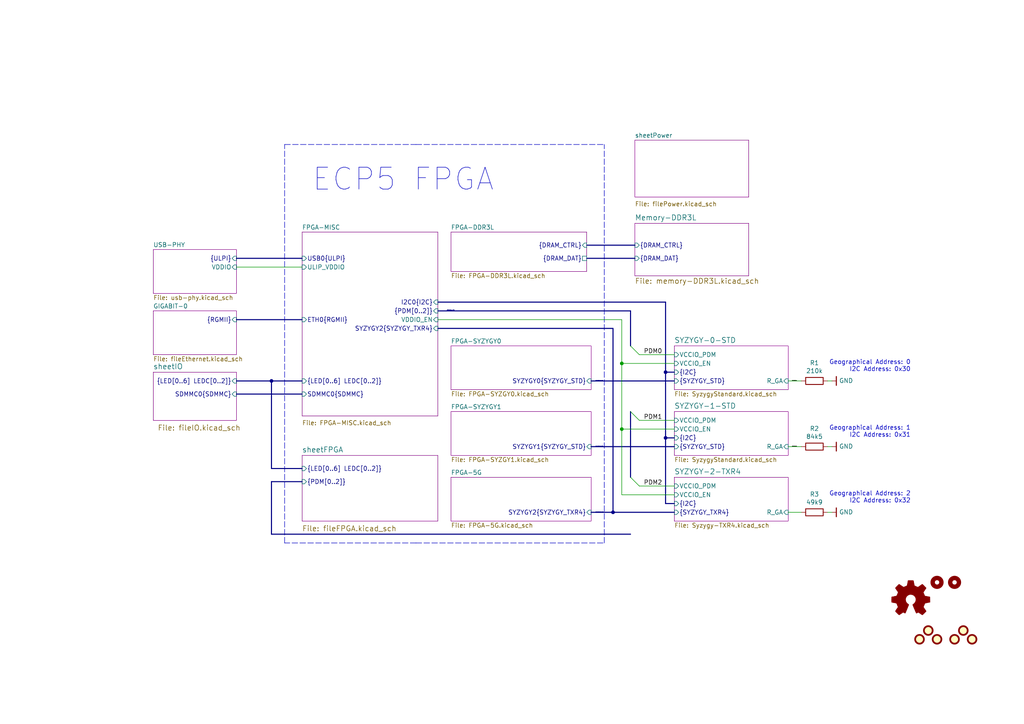
<source format=kicad_sch>
(kicad_sch (version 20200618) (host eeschema "5.99.0-unknown-73168a9~101~ubuntu18.04.1")
  (page 1 18)
  (paper "A4")
  (title_block (title "ButterStick") (date "2020-07-17") (rev "r1.0") (company "GsD") (comment 1 "Functional prototyping board for the Lattice ECP5.") (comment 2 "SYZYGY compatible"))
  (lib_symbols
    (symbol "Device:R" (pin_numbers hide) (pin_names (offset 0))
      (property "Reference" "R" (at 2.032 0 90))
      (property "Value" "R" (at 0 0 90))
      (symbol "R_0_1"
        (rectangle (start -1.016 -2.54) (end 1.016 2.54) (stroke (width 0.254)))
      )
      (symbol "R_1_1"
        (pin passive line (at 0 3.81 270) (length 1.27) (name "~") (number "1"))
        (pin passive line (at 0 -3.81 90) (length 1.27) (name "~") (number "2"))
      )
    )
    (symbol "Device:R_1" (pin_numbers hide) (pin_names (offset 0))
      (property "Reference" "R" (at 2.032 0 90))
      (property "Value" "R" (at 0 0 90))
      (symbol "R_1_0_1"
        (rectangle (start -1.016 -2.54) (end 1.016 2.54) (stroke (width 0.254)))
      )
      (symbol "R_1_1_1"
        (pin passive line (at 0 3.81 270) (length 1.27) (name "~") (number "1"))
        (pin passive line (at 0 -3.81 90) (length 1.27) (name "~") (number "2"))
      )
    )
    (symbol "Device:R_2" (pin_numbers hide) (pin_names (offset 0))
      (property "Reference" "R" (at 2.032 0 90))
      (property "Value" "R" (at 0 0 90))
      (symbol "R_2_0_1"
        (rectangle (start -1.016 -2.54) (end 1.016 2.54) (stroke (width 0.254)))
      )
      (symbol "R_2_1_1"
        (pin passive line (at 0 3.81 270) (length 1.27) (name "~") (number "1"))
        (pin passive line (at 0 -3.81 90) (length 1.27) (name "~") (number "2"))
      )
    )
    (symbol "Graphic:Logo_Open_Hardware_Small"
      (symbol "Logo_Open_Hardware_Small_0_1"
        (polyline (pts (xy 3.3528 -4.3434) (xy 3.302 -4.318) (xy 3.175 -4.2418) (xy 2.9972 -4.1148) (xy 2.7686 -3.9624) (xy 2.54 -3.81) (xy 2.3622 -3.7084) (xy 2.2352 -3.6068) (xy 2.1844 -3.5814) (xy 2.159 -3.6068) (xy 2.0574 -3.6576) (xy 1.905 -3.7338) (xy 1.8034 -3.7846) (xy 1.6764 -3.8354) (xy 1.6002 -3.8354) (xy 1.6002 -3.8354) (xy 1.5494 -3.7338) (xy 1.4732 -3.5306) (xy 1.3462 -3.302) (xy 1.2446 -3.0226) (xy 1.1176 -2.7178) (xy 0.9652 -2.413) (xy 0.8636 -2.1082) (xy 0.7366 -1.8288) (xy 0.6604 -1.6256) (xy 0.6096 -1.4732) (xy 0.5842 -1.397) (xy 0.5842 -1.397) (xy 0.6604 -1.3208) (xy 0.7874 -1.2446) (xy 1.0414 -1.016) (xy 1.2954 -0.6858) (xy 1.4478 -0.3302) (xy 1.524 0.0762) (xy 1.4732 0.4572) (xy 1.3208 0.8128) (xy 1.0668 1.143) (xy 0.762 1.3716) (xy 0.4064 1.524) (xy 0 1.5748) (xy -0.381 1.5494) (xy -0.7366 1.397) (xy -1.0668 1.143) (xy -1.2192 0.9906) (xy -1.397 0.6604) (xy -1.524 0.3048) (xy -1.524 0.2286) (xy -1.4986 -0.1778) (xy -1.397 -0.5334) (xy -1.1938 -0.8636) (xy -0.9144 -1.143) (xy -0.8636 -1.1684) (xy -0.7366 -1.27) (xy -0.635 -1.3462) (xy -0.5842 -1.397) (xy -1.0668 -2.5908) (xy -1.143 -2.794) (xy -1.2954 -3.1242) (xy -1.397 -3.4036) (xy -1.4986 -3.6322) (xy -1.5748 -3.7846) (xy -1.6002 -3.8354) (xy -1.6002 -3.8354) (xy -1.651 -3.8354) (xy -1.7272 -3.81) (xy -1.905 -3.7338) (xy -2.0066 -3.683) (xy -2.1336 -3.6068) (xy -2.2098 -3.5814) (xy -2.2606 -3.6068) (xy -2.3622 -3.683) (xy -2.54 -3.81) (xy -2.7686 -3.9624) (xy -2.9718 -4.0894) (xy -3.1496 -4.2164) (xy -3.302 -4.318) (xy -3.3528 -4.3434) (xy -3.3782 -4.3434) (xy -3.429 -4.318) (xy -3.5306 -4.2164) (xy -3.7084 -4.064) (xy -3.937 -3.8354) (xy -3.9624 -3.81) (xy -4.1656 -3.6068) (xy -4.318 -3.4544) (xy -4.4196 -3.3274) (xy -4.445 -3.2766) (xy -4.445 -3.2766) (xy -4.4196 -3.2258) (xy -4.318 -3.0734) (xy -4.2164 -2.8956) (xy -4.064 -2.667) (xy -3.6576 -2.0828) (xy -3.8862 -1.5494) (xy -3.937 -1.3716) (xy -4.0386 -1.1684) (xy -4.0894 -1.0414) (xy -4.1148 -0.9652) (xy -4.191 -0.9398) (xy -4.318 -0.9144) (xy -4.5466 -0.8636) (xy -4.8006 -0.8128) (xy -5.0546 -0.7874) (xy -5.2578 -0.7366) (xy -5.4356 -0.7112) (xy -5.5118 -0.6858) (xy -5.5118 -0.6858) (xy -5.5372 -0.635) (xy -5.5372 -0.5588) (xy -5.5372 -0.4318) (xy -5.5626 -0.2286) (xy -5.5626 0.0762) (xy -5.5626 0.127) (xy -5.5372 0.4064) (xy -5.5372 0.635) (xy -5.5372 0.762) (xy -5.5372 0.8382) (xy -5.5372 0.8382) (xy -5.461 0.8382) (xy -5.3086 0.889) (xy -5.08 0.9144) (xy -4.826 0.9652) (xy -4.8006 0.9906) (xy -4.5466 1.0414) (xy -4.318 1.0668) (xy -4.1656 1.1176) (xy -4.0894 1.143) (xy -4.0894 1.143) (xy -4.0386 1.2446) (xy -3.9624 1.4224) (xy -3.8608 1.6256) (xy -3.7846 1.8288) (xy -3.7084 2.0066) (xy -3.6576 2.159) (xy -3.6322 2.2098) (xy -3.6322 2.2098) (xy -3.683 2.286) (xy -3.7592 2.413) (xy -3.8862 2.5908) (xy -4.064 2.8194) (xy -4.064 2.8448) (xy -4.2164 3.0734) (xy -4.3434 3.2512) (xy -4.4196 3.3782) (xy -4.445 3.4544) (xy -4.445 3.4544) (xy -4.3942 3.5052) (xy -4.2926 3.6322) (xy -4.1148 3.81) (xy -3.937 4.0132) (xy -3.8608 4.064) (xy -3.6576 4.2926) (xy -3.5052 4.4196) (xy -3.4036 4.4958) (xy -3.3528 4.5212) (xy -3.3528 4.5212) (xy -3.302 4.4704) (xy -3.1496 4.3688) (xy -2.9718 4.2418) (xy -2.7432 4.0894) (xy -2.7178 4.0894) (xy -2.4892 3.937) (xy -2.3114 3.81) (xy -2.1844 3.7084) (xy -2.1336 3.683) (xy -2.1082 3.683) (xy -2.032 3.7084) (xy -1.8542 3.7592) (xy -1.6764 3.8354) (xy -1.4732 3.937) (xy -1.27 4.0132) (xy -1.143 4.064) (xy -1.0668 4.1148) (xy -1.0668 4.1148) (xy -1.0414 4.191) (xy -1.016 4.3434) (xy -0.9652 4.572) (xy -0.9144 4.8514) (xy -0.889 4.9022) (xy -0.8382 5.1562) (xy -0.8128 5.3848) (xy -0.7874 5.5372) (xy -0.762 5.588) (xy -0.7112 5.6134) (xy -0.5842 5.6134) (xy -0.4064 5.6134) (xy -0.1524 5.6134) (xy 0.0762 5.6134) (xy 0.3302 5.6134) (xy 0.5334 5.6134) (xy 0.6858 5.588) (xy 0.7366 5.588) (xy 0.7366 5.588) (xy 0.762 5.5118) (xy 0.8128 5.334) (xy 0.8382 5.1054) (xy 0.9144 4.826) (xy 0.9144 4.7752) (xy 0.9652 4.5212) (xy 1.016 4.2926) (xy 1.0414 4.1402) (xy 1.0668 4.0894) (xy 1.0668 4.0894) (xy 1.1938 4.0386) (xy 1.3716 3.9624) (xy 1.5748 3.8608) (xy 2.0828 3.6576) (xy 2.7178 4.0894) (xy 2.7686 4.1402) (xy 2.9972 4.2926) (xy 3.175 4.4196) (xy 3.302 4.4958) (xy 3.3782 4.5212) (xy 3.3782 4.5212) (xy 3.429 4.4704) (xy 3.556 4.3434) (xy 3.7338 4.191) (xy 3.9116 3.9878) (xy 4.064 3.8354) (xy 4.2418 3.6576) (xy 4.3434 3.556) (xy 4.4196 3.4798) (xy 4.4196 3.429) (xy 4.4196 3.4036) (xy 4.3942 3.3274) (xy 4.2926 3.2004) (xy 4.1656 2.9972) (xy 4.0132 2.794) (xy 3.8862 2.5908) (xy 3.7592 2.3876) (xy 3.6576 2.2352) (xy 3.6322 2.159) (xy 3.6322 2.1336) (xy 3.683 2.0066) (xy 3.7592 1.8288) (xy 3.8608 1.6002) (xy 4.064 1.1176) (xy 4.3942 1.0414) (xy 4.5974 1.016) (xy 4.8768 0.9652) (xy 5.1308 0.9144) (xy 5.5372 0.8382) (xy 5.5626 -0.6604) (xy 5.4864 -0.6858) (xy 5.4356 -0.6858) (xy 5.2832 -0.7366) (xy 5.0546 -0.762) (xy 4.8006 -0.8128) (xy 4.5974 -0.8636) (xy 4.3688 -0.9144) (xy 4.2164 -0.9398) (xy 4.1402 -0.9398) (xy 4.1148 -0.9652) (xy 4.064 -1.0668) (xy 3.9878 -1.2446) (xy 3.9116 -1.4478) (xy 3.81 -1.651) (xy 3.7338 -1.8542) (xy 3.683 -2.0066) (xy 3.6576 -2.0828) (xy 3.683 -2.1336) (xy 3.7846 -2.2606) (xy 3.8862 -2.4638) (xy 4.0386 -2.667) (xy 4.191 -2.8956) (xy 4.318 -3.0734) (xy 4.3942 -3.2004) (xy 4.445 -3.2766) (xy 4.4196 -3.3274) (xy 4.3434 -3.429) (xy 4.1656 -3.5814) (xy 3.937 -3.8354) (xy 3.8862 -3.8608) (xy 3.683 -4.064) (xy 3.5306 -4.2164) (xy 3.4036 -4.318) (xy 3.3528 -4.3434)) (fill (type outline)))
      )
    )
    (symbol "Mechanical:Fiducial" (pin_names (offset 0.508))
      (property "Reference" "FID" (at 0 5.08 0))
      (property "Value" "Fiducial" (at 0 3.175 0))
      (symbol "Fiducial_0_1"
        (circle (center 0 0) (radius 1.27) (stroke (width 0.508)) (fill (type background)))
      )
    )
    (symbol "Mechanical:MountingHole"
      (property "Reference" "H" (at 0 5.08 0))
      (property "Value" "MountingHole" (at 0 3.175 0))
      (symbol "MountingHole_0_1"
        (circle (center 0 0) (radius 1.27) (stroke (width 1.27)))
      )
    )
    (symbol "gkl_power:GND" (power) (pin_names (offset 0))
      (property "Value" "GND" (at 0 -2.54 0))
      (symbol "GND_0_1"
        (polyline (pts (xy 0 -1.27) (xy 0 0)))
        (polyline (pts (xy 1.27 -1.27) (xy -1.27 -1.27)) (stroke (width 0.3048)))
      )
      (symbol "GND_1_1"
        (pin power_in line (at 0 0 270) (length 0) hide (name "GND") (number "1"))
      )
    )
  )
  (bus_alias "SYZYGY_STD" (members "D0_P" "D0_N" "D2_P" "D2_N" "D4_P" "D4_N" "D6_P" "D6_N" "S16" "S18" "S20" "S22" "S24" "S26" "P2C_CLK_P" "P2C_CLK_N" "VIO1" "R_GA" "D1_P" "D1_N" "D3_P" "D3_N" "D5_P" "D5_N" "D7_P" "D7_N" "S17" "S19" "S21" "S23" "S25" "S27" "C2P_CLK_P" "C2P_CLK_N"))
  (bus_alias "I2C" (members "SDA" "SCL"))
  (bus_alias "SYZYGY_TXR4" (members "RX0_P" "RX0_N" "RX1_P" "RX1_N" "REFCLK_P" "REFCLK_N" "S2" "S4" "S6" "S8" "RX3_P" "RX3_N" "RX2_P" "RX2_N" "P2C_CLK_P" "P2C_CLK_N" "VIO1" "R_GA" "TX0_P" "TX0_N" "TX1_P" "TX1_N" "S0" "S1" "S3" "S5" "S7" "S9" "TX3_P" "TX3_N" "TX2_P" "TX2_N" "C2P_CLK_P" "C2P_CLK_N"))
  (bus_alias "ULPI" (members "DATA[0..7]" "STP" "NXT" "DIR" "RESET" "REFCLK"))
  (bus_alias "DRAM_DAT" (members "DQ[15..0]" "LDQS_P" "LDQS_N" "UDQS_P" "UDQS_N"))
  (bus_alias "SDMMC" (members "DAT[0..3]" "CMD" "CK" "CD"))
  (bus_alias "RGMII" (members "RESET" "MDC" "MDIO" "TX[0..3]" "RX[0..3]" "TX_CTRL" "TX_CLK" "RX_CTRL" "RX_CLK" "INT" "CLK125"))
  (bus_alias "DRAM_CTRL" (members "A[15..0]" "BA[2..0]" "LDM" "UDM" "ODT[0..1]" "RAS" "CAS" "WE" "CK0_P" "CK0_N" "CKE[0..1]" "CS[0..1]" "CK1_N" "CK1_P" "RST"))
  (junction (at 180.34 105.41))
  (junction (at 180.34 124.46))
  (junction (at 78.74 110.49))
  (junction (at 177.8 148.59))
  (junction (at 193.04 107.95))
  (junction (at 193.04 127))
  (bus_entry (at 185.42 102.87) (size -2.54 -2.54) (stroke (width 0.1524)))
  (bus_entry (at 185.42 121.92) (size -2.54 -2.54) (stroke (width 0.1524)))
  (bus_entry (at 185.42 140.97) (size -2.54 -2.54) (stroke (width 0.1524)))
  (wire (pts (xy 68.58 77.47) (xy 87.63 77.47)))
  (wire (pts (xy 127 92.71) (xy 180.34 92.71)))
  (wire (pts (xy 180.34 92.71) (xy 180.34 105.41)))
  (wire (pts (xy 180.34 105.41) (xy 180.34 124.46)))
  (wire (pts (xy 180.34 105.41) (xy 195.58 105.41)))
  (wire (pts (xy 180.34 124.46) (xy 180.34 143.51)))
  (wire (pts (xy 180.34 124.46) (xy 195.58 124.46)))
  (wire (pts (xy 180.34 143.51) (xy 195.58 143.51)))
  (wire (pts (xy 185.42 102.87) (xy 195.58 102.87)))
  (wire (pts (xy 185.42 121.92) (xy 195.58 121.92)))
  (wire (pts (xy 185.42 140.97) (xy 195.58 140.97)))
  (wire (pts (xy 228.6 110.49) (xy 232.41 110.49)))
  (wire (pts (xy 228.6 129.54) (xy 232.41 129.54)))
  (wire (pts (xy 228.6 148.59) (xy 232.41 148.59)))
  (wire (pts (xy 240.03 110.49) (xy 241.3 110.49)))
  (wire (pts (xy 240.03 129.54) (xy 241.3 129.54)))
  (wire (pts (xy 240.03 148.59) (xy 241.3 148.59)))
  (bus (pts (xy 68.58 74.93) (xy 87.63 74.93)))
  (bus (pts (xy 68.58 92.71) (xy 87.63 92.71)))
  (bus (pts (xy 68.58 110.49) (xy 78.74 110.49)))
  (bus (pts (xy 68.58 114.3) (xy 87.63 114.3)))
  (bus (pts (xy 78.74 110.49) (xy 87.63 110.49)))
  (bus (pts (xy 78.74 135.89) (xy 78.74 110.49)))
  (bus (pts (xy 78.74 139.7) (xy 87.63 139.7)))
  (bus (pts (xy 78.74 154.94) (xy 78.74 139.7)))
  (bus (pts (xy 87.63 135.89) (xy 78.74 135.89)))
  (bus (pts (xy 127 87.63) (xy 193.04 87.63)))
  (bus (pts (xy 127 90.17) (xy 182.88 90.17)))
  (bus (pts (xy 127 95.25) (xy 177.8 95.25)))
  (bus (pts (xy 170.18 71.12) (xy 184.15 71.12)))
  (bus (pts (xy 170.18 74.93) (xy 184.15 74.93)))
  (bus (pts (xy 171.45 110.49) (xy 195.58 110.49)))
  (bus (pts (xy 171.45 129.54) (xy 195.58 129.54)))
  (bus (pts (xy 171.45 148.59) (xy 177.8 148.59)))
  (bus (pts (xy 177.8 148.59) (xy 177.8 95.25)))
  (bus (pts (xy 177.8 148.59) (xy 195.58 148.59)))
  (bus (pts (xy 182.88 90.17) (xy 182.88 119.38)))
  (bus (pts (xy 182.88 119.38) (xy 182.88 154.94)))
  (bus (pts (xy 182.88 154.94) (xy 78.74 154.94)))
  (bus (pts (xy 193.04 107.95) (xy 193.04 87.63)))
  (bus (pts (xy 193.04 107.95) (xy 193.04 127)))
  (bus (pts (xy 193.04 127) (xy 193.04 146.05)))
  (bus (pts (xy 193.04 127) (xy 195.58 127)))
  (bus (pts (xy 193.04 146.05) (xy 195.58 146.05)))
  (bus (pts (xy 195.58 107.95) (xy 193.04 107.95)))
  (polyline (pts (xy 82.55 41.91) (xy 120.65 41.91)) (stroke (width 0) (type dash)))
  (polyline (pts (xy 82.55 157.48) (xy 82.55 41.91)) (stroke (width 0) (type dash)))
  (polyline (pts (xy 120.65 41.91) (xy 175.26 41.91)) (stroke (width 0) (type dash)))
  (polyline (pts (xy 120.65 157.48) (xy 82.55 157.48)) (stroke (width 0) (type dash)))
  (polyline (pts (xy 120.65 157.48) (xy 175.26 157.48)) (stroke (width 0) (type dash)))
  (polyline (pts (xy 175.26 157.48) (xy 175.26 41.91)) (stroke (width 0) (type dash)))
  (text "ECP5 FPGA" (at 143.51 55.88 180) (effects (font (size 6.35 6.35)) (justify right bottom)))
  (text "Geographical Address: 0\nI2C Address: 0x30" (at 264.16 107.95 180) (effects (font (size 1.27 1.27)) (justify right bottom)))
  (text "Geographical Address: 1\nI2C Address: 0x31\n" (at 264.16 127 180) (effects (font (size 1.27 1.27)) (justify right bottom)))
  (text "Geographical Address: 2\nI2C Address: 0x32" (at 264.16 146.05 180) (effects (font (size 1.27 1.27)) (justify right bottom)))
  (text "LENGTH MATCHING:\nid: syzygy0_dp\nnetnames: \"/SYZYGY0.*_[NP]\"\ntolerance: 0.5 mm\nvialength: 1.6 mm" (at 300.99 12.7 0) (effects (font (size 1.27 1.27)) (justify left bottom)))
  (text "LENGTH MATCHING:\nid: syzygy1_dp\nnetnames: \"/SYZYGY1.*_[NP]\"\ntolerance: 0.5 mm\nvialength: 1.6 mm" (at 300.99 24.13 0) (effects (font (size 1.27 1.27)) (justify left bottom)))
  (text "_LENGTH MATCHING:\nid: syzygy2_serdes\nnetnames: \"/SYZYGY2.[RT].*_[NP]\"\ntolerance: 0.05 mm\nvialength: 1.6 mm" (at 300.99 35.56 0) (effects (font (size 1.27 1.27)) (justify left bottom)))
  (text "_LENGTH MATCHING:\nid: dram_dq1\nnetnames: \"/(DQ[89]|DQ1[0-5]|UDQS.*|UDM)$\"\ntolerance: 0.85 mm\nvialength: 1.6 mm" (at 300.99 46.99 0) (effects (font (size 1.27 1.27)) (justify left bottom)))
  (text "_LENGTH MATCHING:\nid: dram_dq0\nnetnames: \"/(DQ[0-7]|LDQS.*|LDM)$\"\ntolerance: 0.85 mm\nvialength: 1.6 mm" (at 300.99 58.42 0) (effects (font (size 1.27 1.27)) (justify left bottom)))
  (text "_LENGTH MATCHING:\nid: dram_addrcmd\nnetnames: \"/(A[0-9]|A1[0-5]|BA[0-2]|CAS|RAS|WE)$\"\ntolerance: 0.85 mm\nvialength: 1.6 mm" (at 300.99 69.85 0) (effects (font (size 1.27 1.27)) (justify left bottom)))
  (text "_LENGTH MATCHING:\nid: dram_addrcmd\nnetnames: \"/(CK[01]_[NP]|ODT[01]|CS[01]|CKE[01])$\"\ntolerance: 0.85 mm\nvialength: 1.6 mm" (at 300.99 81.28 0) (effects (font (size 1.27 1.27)) (justify left bottom)))
  (label "{PDM[0..2]}" (at 129.54 90.17 0) (effects (font (size 0.254 0.254))))
  (label "SYZYGY0{SYZYGY_STD}" (at 172.72 110.49 0) (effects (font (size 0.127 0.127))))
  (label "SYZYGY1{SYZYGY_STD}" (at 172.72 129.54 0) (effects (font (size 0.127 0.127))))
  (label "SYZYGY2{SYZYGY_TXR4}" (at 172.72 148.59 0) (effects (font (size 0.127 0.127))))
  (label "PDM0" (at 186.69 102.87 0))
  (label "PDM1" (at 186.69 121.92 0))
  (label "PDM2" (at 186.69 140.97 0))
  (label "SYZYGY0.R_GA" (at 231.14 110.49 180) (effects (font (size 0.127 0.127))))
  (label "SYZYGY1.R_GA" (at 231.14 129.54 180) (effects (font (size 0.127 0.127))))
  (symbol (lib_id "gkl_power:GND") (at 241.3 110.49 90) (unit 1)
    (property "Reference" "#PWR01" (effects hide))
    (property "Value" "GND" (at 243.3574 110.4138 90) (effects (justify right)))
  )
  (symbol (lib_id "gkl_power:GND") (at 241.3 129.54 90) (unit 1)
    (property "Reference" "#PWR02" (effects hide))
    (property "Value" "GND" (at 243.3574 129.4638 90) (effects (justify right)))
  )
  (symbol (lib_id "gkl_power:GND") (at 241.3 148.59 90) (unit 1)
    (property "Reference" "#PWR03" (effects hide))
    (property "Value" "GND" (at 243.3574 148.5138 90) (effects (justify right)))
  )
  (symbol (lib_id "Mechanical:Fiducial") (at 266.7 185.42 0) (unit 1)
    (property "Reference" "FID1" (effects hide))
    (property "Value" "Fiducial" (effects hide))
    (property "Footprint" "Fiducial:Fiducial_0.75mm_Mask1.5mm" (effects hide))
  )
  (symbol (lib_id "Mechanical:Fiducial") (at 269.24 182.88 0) (unit 1)
    (property "Reference" "FID2" (effects hide))
    (property "Value" "Fiducial" (effects hide))
    (property "Footprint" "Fiducial:Fiducial_0.75mm_Mask1.5mm" (effects hide))
  )
  (symbol (lib_id "Mechanical:Fiducial") (at 271.78 185.42 0) (unit 1)
    (property "Reference" "FID3" (effects hide))
    (property "Value" "Fiducial" (effects hide))
    (property "Footprint" "Fiducial:Fiducial_0.75mm_Mask1.5mm" (effects hide))
  )
  (symbol (lib_id "Mechanical:Fiducial") (at 276.86 185.42 0) (unit 1)
    (property "Reference" "FID4" (effects hide))
    (property "Value" "Fiducial" (effects hide))
    (property "Footprint" "Fiducial:Fiducial_0.75mm_Mask1.5mm" (effects hide))
  )
  (symbol (lib_id "Mechanical:Fiducial") (at 279.4 182.88 0) (unit 1)
    (property "Reference" "FID5" (effects hide))
    (property "Value" "Fiducial" (effects hide))
    (property "Footprint" "Fiducial:Fiducial_0.75mm_Mask1.5mm" (effects hide))
  )
  (symbol (lib_id "Mechanical:Fiducial") (at 281.94 185.42 0) (unit 1)
    (property "Reference" "FID6" (effects hide))
    (property "Value" "Fiducial" (effects hide))
    (property "Footprint" "Fiducial:Fiducial_0.75mm_Mask1.5mm" (effects hide))
  )
  (symbol (lib_id "Mechanical:MountingHole") (at 271.78 168.91 0) (unit 1) (in_bom no)
    (property "Reference" "H1" (effects hide))
    (property "Value" "MountingHole" (effects hide))
    (property "Footprint" "MountingHole:MountingHole_3.2mm_M3_Pad_Via" (effects hide))
  )
  (symbol (lib_id "Mechanical:MountingHole") (at 276.86 168.91 0) (unit 1) (in_bom no)
    (property "Reference" "H2" (effects hide))
    (property "Value" "MountingHole" (effects hide))
    (property "Footprint" "MountingHole:MountingHole_3.2mm_M3_Pad_Via" (effects hide))
  )
  (symbol (lib_name "Device:R_1") (lib_id "Device:R") (at 236.22 110.49 90) (unit 1)
    (property "Reference" "R1" (at 236.22 105.2576 90))
    (property "Value" "210k" (at 236.22 107.569 90))
    (property "Footprint" "Resistor_SMD:R_0402_1005Metric" (effects hide))
    (property "Mfg" "Stackpole Electronics Inc" (effects hide))
    (property "PN" "RMCF0402FT210K" (effects hide))
    (property "Tol" "1%" (effects hide))
  )
  (symbol (lib_name "Device:R_2") (lib_id "Device:R") (at 236.22 129.54 90) (unit 1)
    (property "Reference" "R2" (at 236.22 124.3076 90))
    (property "Value" "84k5" (at 236.22 126.619 90))
    (property "Footprint" "Resistor_SMD:R_0402_1005Metric" (effects hide))
    (property "Mfg" "Stackpole Electronics Inc" (effects hide))
    (property "PN" "RMCF0402FT84K5" (effects hide))
    (property "Tol" "1%" (effects hide))
  )
  (symbol (lib_id "Device:R") (at 236.22 148.59 90) (unit 1)
    (property "Reference" "R3" (at 236.22 143.3576 90))
    (property "Value" "49k9" (at 236.22 145.669 90))
    (property "Footprint" "Resistor_SMD:R_0402_1005Metric" (effects hide))
    (property "Mfg" "Stackpole Electronics Inc" (effects hide))
    (property "PN" "RMCF0402FT49K9" (effects hide))
    (property "Tol" "1%" (effects hide))
  )
  (symbol (lib_id "Graphic:Logo_Open_Hardware_Small") (at 264.16 173.99 0) (unit 1) (in_bom no)
    (property "Reference" "LOGO2" (effects hide))
    (property "Value" "Logo_Open_Hardware_Small" (effects hide))
    (property "Footprint" "gkl_logos:oshw_small" (effects hide))
  )
  (sheet (at 130.81 138.43) (size 40.64 12.7) (stroke (width 0.1524) (color 132 0 132 1)) (fill (color 255 255 255 1.0000))
    (property "Sheet name" "FPGA-5G" (at 130.81 137.7945 0) (effects (justify left bottom)))
    (property "Sheet file" "FPGA-5G.kicad_sch" (at 130.81 151.6385 0) (effects (justify left top)))
    (pin "SYZYGY2{SYZYGY_TXR4}" input (at 171.45 148.59 0))
  )
  (sheet (at 130.81 67.31) (size 39.37 11.43) (stroke (width 0.1524) (color 132 0 132 1)) (fill (color 255 255 255 1.0000))
    (property "Sheet name" "FPGA-DDR3L" (at 130.81 66.6745 0) (effects (justify left bottom)))
    (property "Sheet file" "FPGA-DDR3L.kicad_sch" (at 130.81 79.2485 0) (effects (justify left top)))
    (pin "{DRAM_DAT}" passive (at 170.18 74.93 0))
    (pin "{DRAM_CTRL}" input (at 170.18 71.12 0))
  )
  (sheet (at 87.63 67.31) (size 39.37 53.34) (stroke (width 0.1524) (color 132 0 132 1)) (fill (color 255 255 255 1.0000))
    (property "Sheet name" "FPGA-MISC" (at 87.63 66.6745 0) (effects (justify left bottom)))
    (property "Sheet file" "FPGA-MISC.kicad_sch" (at 87.63 121.92 0) (effects (justify left top)))
    (pin "{LED[0..6] LEDC[0..2]}" input (at 87.63 110.49 180))
    (pin "USB0{ULPI}" input (at 87.63 74.93 180))
    (pin "ETH0{RGMII}" input (at 87.63 92.71 180))
    (pin "ULIP_VDDIO" input (at 87.63 77.47 180))
    (pin "I2C0{I2C}" input (at 127 87.63 0))
    (pin "VDDIO_EN" input (at 127 92.71 0))
    (pin "SDMMC0{SDMMC}" input (at 87.63 114.3 180))
    (pin "{PDM[0..2]}" input (at 127 90.17 0))
    (pin "SYZYGY2{SYZYGY_TXR4}" input (at 127 95.25 0))
  )
  (sheet (at 130.81 100.33) (size 40.64 12.7) (stroke (width 0.1524) (color 132 0 132 1)) (fill (color 255 255 255 1.0000))
    (property "Sheet name" "FPGA-SYZYGY0" (at 130.81 99.6945 0) (effects (justify left bottom)))
    (property "Sheet file" "FPGA-SYZGY0.kicad_sch" (at 130.81 113.5385 0) (effects (justify left top)))
    (pin "SYZYGY0{SYZYGY_STD}" input (at 171.45 110.49 0))
  )
  (sheet (at 130.81 119.38) (size 40.64 12.7) (stroke (width 0.1524) (color 132 0 132 1)) (fill (color 255 255 255 1.0000))
    (property "Sheet name" "FPGA-SYZYGY1" (at 130.81 118.7445 0) (effects (justify left bottom)))
    (property "Sheet file" "FPGA-SYZGY1.kicad_sch" (at 130.81 132.5885 0) (effects (justify left top)))
    (pin "SYZYGY1{SYZYGY_STD}" input (at 171.45 129.54 0))
  )
  (sheet (at 44.45 90.17) (size 24.13 12.7) (stroke (width 0.1524) (color 132 0 132 1)) (fill (color 255 255 255 1.0000))
    (property "Sheet name" "GIGABIT-0" (at 44.45 89.5345 0) (effects (justify left bottom)))
    (property "Sheet file" "fileEthernet.kicad_sch" (at 44.45 103.3785 0) (effects (justify left top)))
    (pin "{RGMII}" input (at 68.58 92.71 0))
  )
  (sheet (at 184.15 64.77) (size 33.02 15.24) (stroke (width 0.1524) (color 132 0 132 1)) (fill (color 255 255 255 1.0000))
    (property "Sheet name" "Memory-DDR3L" (at 184.15 64.0075 0) (effects (font (size 1.524 1.524)) (justify left bottom)))
    (property "Sheet file" "memory-DDR3L.kicad_sch" (at 184.15 80.6201 0) (effects (font (size 1.524 1.524)) (justify left top)))
    (pin "{DRAM_CTRL}" input (at 184.15 71.12 180))
    (pin "{DRAM_DAT}" input (at 184.15 74.93 180))
  )
  (sheet (at 195.58 100.33) (size 33.02 12.7) (stroke (width 0.1524) (color 132 0 132 1)) (fill (color 255 255 255 1.0000))
    (property "Sheet name" "SYZYGY-0-STD" (at 195.58 99.5675 0) (effects (font (size 1.524 1.524)) (justify left bottom)))
    (property "Sheet file" "SyzygyStandard.kicad_sch" (at 195.58 113.5385 0) (effects (justify left top)))
    (pin "VCCIO_PDM" input (at 195.58 102.87 180))
    (pin "{I2C}" input (at 195.58 107.95 180))
    (pin "{SYZYGY_STD}" input (at 195.58 110.49 180))
    (pin "R_GA" input (at 228.6 110.49 0))
    (pin "VCCIO_EN" input (at 195.58 105.41 180))
  )
  (sheet (at 195.58 119.38) (size 33.02 12.7) (stroke (width 0.1524) (color 132 0 132 1)) (fill (color 255 255 255 1.0000))
    (property "Sheet name" "SYZYGY-1-STD" (at 195.58 118.6175 0) (effects (font (size 1.524 1.524)) (justify left bottom)))
    (property "Sheet file" "SyzygyStandard.kicad_sch" (at 195.58 132.5885 0) (effects (justify left top)))
    (pin "VCCIO_PDM" input (at 195.58 121.92 180))
    (pin "{I2C}" input (at 195.58 127 180))
    (pin "{SYZYGY_STD}" input (at 195.58 129.54 180))
    (pin "R_GA" input (at 228.6 129.54 0))
    (pin "VCCIO_EN" input (at 195.58 124.46 180))
  )
  (sheet (at 195.58 138.43) (size 33.02 12.7) (stroke (width 0.1524) (color 132 0 132 1)) (fill (color 255 255 255 1.0000))
    (property "Sheet name" "SYZYGY-2-TXR4" (at 195.58 137.6675 0) (effects (font (size 1.524 1.524)) (justify left bottom)))
    (property "Sheet file" "Syzygy-TXR4.kicad_sch" (at 195.58 151.6385 0) (effects (justify left top)))
    (pin "VCCIO_PDM" input (at 195.58 140.97 180))
    (pin "{I2C}" input (at 195.58 146.05 180))
    (pin "{SYZYGY_TXR4}" input (at 195.58 148.59 180))
    (pin "R_GA" input (at 228.6 148.59 0))
    (pin "VCCIO_EN" input (at 195.58 143.51 180))
  )
  (sheet (at 44.45 72.39) (size 24.13 12.7) (stroke (width 0.1524) (color 132 0 132 1)) (fill (color 255 255 255 1.0000))
    (property "Sheet name" "USB-PHY" (at 44.45 71.7545 0) (effects (justify left bottom)))
    (property "Sheet file" "usb-phy.kicad_sch" (at 44.45 85.5985 0) (effects (justify left top)))
    (pin "VDDIO" input (at 68.58 77.47 0))
    (pin "{ULPI}" input (at 68.58 74.93 0))
  )
  (sheet (at 87.63 132.08) (size 39.37 19.05) (stroke (width 0.1524) (color 132 0 132 1)) (fill (color 255 255 255 1.0000))
    (property "Sheet name" "sheetFPGA" (at 87.63 131.3175 0) (effects (font (size 1.524 1.524)) (justify left bottom)))
    (property "Sheet file" "fileFPGA.kicad_sch" (at 87.63 152.4 0) (effects (font (size 1.524 1.524)) (justify left top)))
    (pin "{LED[0..6] LEDC[0..2]}" input (at 87.63 135.89 180))
    (pin "{PDM[0..2]}" input (at 87.63 139.7 180))
  )
  (sheet (at 44.45 107.95) (size 24.13 13.97) (stroke (width 0.1524) (color 132 0 132 1)) (fill (color 255 255 255 1.0000))
    (property "Sheet name" "sheetIO" (at 44.45 107.1875 0) (effects (font (size 1.524 1.524)) (justify left bottom)))
    (property "Sheet file" "fileIO.kicad_sch" (at 45.72 123.19 0) (effects (font (size 1.524 1.524)) (justify left top)))
    (pin "{LED[0..6] LEDC[0..2]}" input (at 68.58 110.49 0))
    (pin "SDMMC0{SDMMC}" input (at 68.58 114.3 0))
  )
  (sheet (at 184.15 40.64) (size 33.02 16.51) (stroke (width 0.1524) (color 132 0 132 1)) (fill (color 255 255 255 1.0000))
    (property "Sheet name" "sheetPower" (at 184.15 40.0045 0) (effects (justify left bottom)))
    (property "Sheet file" "filePower.kicad_sch" (at 184.15 58.42 0) (effects (justify left top)))
  )
)
</source>
